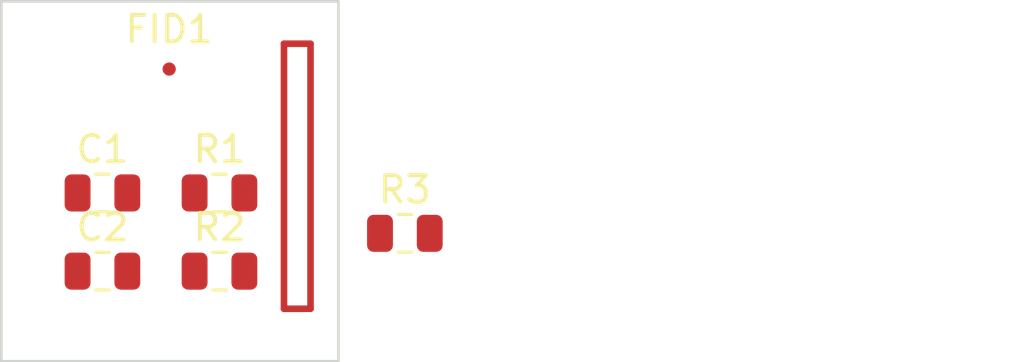
<source format=kicad_pcb>
(kicad_pcb (version 20171130) (host pcbnew 5.1.6+dfsg1-1)

  (general
    (thickness 1.6)
    (drawings 5)
    (tracks 0)
    (zones 0)
    (modules 6)
    (nets 9)
  )

  (page A4)
  (layers
    (0 F.Cu signal)
    (31 B.Cu signal)
    (32 B.Adhes user)
    (33 F.Adhes user)
    (34 B.Paste user)
    (35 F.Paste user)
    (36 B.SilkS user)
    (37 F.SilkS user)
    (38 B.Mask user)
    (39 F.Mask user)
    (40 Dwgs.User user)
    (41 Cmts.User user)
    (42 Eco1.User user)
    (43 Eco2.User user)
    (44 Edge.Cuts user)
    (45 Margin user)
    (46 B.CrtYd user)
    (47 F.CrtYd user)
    (48 B.Fab user)
    (49 F.Fab user)
  )

  (setup
    (last_trace_width 0.25)
    (trace_clearance 0.2)
    (zone_clearance 0.508)
    (zone_45_only no)
    (trace_min 0.2)
    (via_size 0.8)
    (via_drill 0.4)
    (via_min_size 0.4)
    (via_min_drill 0.3)
    (uvia_size 0.3)
    (uvia_drill 0.1)
    (uvias_allowed no)
    (uvia_min_size 0.2)
    (uvia_min_drill 0.1)
    (edge_width 0.1)
    (segment_width 0.2)
    (pcb_text_width 0.3)
    (pcb_text_size 1.5 1.5)
    (mod_edge_width 0.15)
    (mod_text_size 1 1)
    (mod_text_width 0.15)
    (pad_size 1.524 1.524)
    (pad_drill 0.762)
    (pad_to_mask_clearance 0)
    (aux_axis_origin 139.89 89.63)
    (visible_elements FFFFFF7F)
    (pcbplotparams
      (layerselection 0x010fc_ffffffff)
      (usegerberextensions false)
      (usegerberattributes true)
      (usegerberadvancedattributes true)
      (creategerberjobfile true)
      (excludeedgelayer true)
      (linewidth 0.100000)
      (plotframeref false)
      (viasonmask false)
      (mode 1)
      (useauxorigin false)
      (hpglpennumber 1)
      (hpglpenspeed 20)
      (hpglpendiameter 15.000000)
      (psnegative false)
      (psa4output false)
      (plotreference true)
      (plotvalue true)
      (plotinvisibletext false)
      (padsonsilk false)
      (subtractmaskfromsilk false)
      (outputformat 1)
      (mirror false)
      (drillshape 1)
      (scaleselection 1)
      (outputdirectory ""))
  )

  (net 0 "")
  (net 1 "Net-(C1-Pad2)")
  (net 2 "Net-(C1-Pad1)")
  (net 3 "Net-(C2-Pad2)")
  (net 4 "Net-(C2-Pad1)")
  (net 5 "Net-(R1-Pad2)")
  (net 6 "Net-(R1-Pad1)")
  (net 7 "Net-(R2-Pad2)")
  (net 8 "Net-(R2-Pad1)")

  (net_class Default "Esta es la clase de red por defecto."
    (clearance 0.2)
    (trace_width 0.25)
    (via_dia 0.8)
    (via_drill 0.4)
    (uvia_dia 0.3)
    (uvia_drill 0.1)
    (add_net "Net-(C1-Pad1)")
    (add_net "Net-(C1-Pad2)")
    (add_net "Net-(C2-Pad1)")
    (add_net "Net-(C2-Pad2)")
    (add_net "Net-(R1-Pad1)")
    (add_net "Net-(R1-Pad2)")
    (add_net "Net-(R2-Pad1)")
    (add_net "Net-(R2-Pad2)")
  )

  (module Fiducial:Fiducial_0.5mm_Mask1mm (layer F.Cu) (tedit 5C18CB26) (tstamp 5F57EE4F)
    (at 139.6746 82.9564)
    (descr "Circular Fiducial, 0.5mm bare copper, 1mm soldermask opening (Level C)")
    (tags fiducial)
    (path /5F57EDDB)
    (attr virtual)
    (fp_text reference FID1 (at 0 -1.5) (layer F.SilkS)
      (effects (font (size 1 1) (thickness 0.15)))
    )
    (fp_text value Fiducial (at 0 1.5) (layer F.Fab)
      (effects (font (size 1 1) (thickness 0.15)))
    )
    (fp_circle (center 0 0) (end 0.5 0) (layer F.Fab) (width 0.1))
    (fp_circle (center 0 0) (end 0.75 0) (layer F.CrtYd) (width 0.05))
    (fp_text user %R (at 0 0) (layer F.Fab)
      (effects (font (size 0.2 0.2) (thickness 0.04)))
    )
    (pad "" smd circle (at 0 0) (size 0.5 0.5) (layers F.Cu F.Mask)
      (solder_mask_margin 0.25) (clearance 0.25))
  )

  (module Resistor_SMD:R_0805_2012Metric (layer F.Cu) (tedit 5B36C52B) (tstamp 5F503C4A)
    (at 148.555 89.154)
    (descr "Resistor SMD 0805 (2012 Metric), square (rectangular) end terminal, IPC_7351 nominal, (Body size source: https://docs.google.com/spreadsheets/d/1BsfQQcO9C6DZCsRaXUlFlo91Tg2WpOkGARC1WS5S8t0/edit?usp=sharing), generated with kicad-footprint-generator")
    (tags resistor)
    (path /5F43D144)
    (attr smd)
    (fp_text reference R3 (at 0 -1.65) (layer F.SilkS)
      (effects (font (size 1 1) (thickness 0.15)))
    )
    (fp_text value 1k (at 0 1.65) (layer F.Fab)
      (effects (font (size 1 1) (thickness 0.15)))
    )
    (fp_circle (center 0 0) (end 0.4 0) (layer F.Adhes) (width 0.1))
    (fp_line (start 1.68 0.95) (end -1.68 0.95) (layer F.CrtYd) (width 0.05))
    (fp_line (start 1.68 -0.95) (end 1.68 0.95) (layer F.CrtYd) (width 0.05))
    (fp_line (start -1.68 -0.95) (end 1.68 -0.95) (layer F.CrtYd) (width 0.05))
    (fp_line (start -1.68 0.95) (end -1.68 -0.95) (layer F.CrtYd) (width 0.05))
    (fp_line (start -0.258578 0.71) (end 0.258578 0.71) (layer F.SilkS) (width 0.12))
    (fp_line (start -0.258578 -0.71) (end 0.258578 -0.71) (layer F.SilkS) (width 0.12))
    (fp_line (start 1 0.6) (end -1 0.6) (layer F.Fab) (width 0.1))
    (fp_line (start 1 -0.6) (end 1 0.6) (layer F.Fab) (width 0.1))
    (fp_line (start -1 -0.6) (end 1 -0.6) (layer F.Fab) (width 0.1))
    (fp_line (start -1 0.6) (end -1 -0.6) (layer F.Fab) (width 0.1))
    (fp_text user %R (at 0 0) (layer F.Fab)
      (effects (font (size 0.5 0.5) (thickness 0.08)))
    )
    (pad 1 smd roundrect (at -0.9375 0) (size 0.975 1.4) (layers F.Cu F.Paste F.Mask) (roundrect_rratio 0.25)
      (net 6 "Net-(R1-Pad1)"))
    (pad 2 smd roundrect (at 0.9375 0) (size 0.975 1.4) (layers F.Cu F.Paste F.Mask) (roundrect_rratio 0.25)
      (net 5 "Net-(R1-Pad2)"))
    (model ${KISYS3DMOD}/Resistor_SMD.3dshapes/R_0805_2012Metric.wrl
      (at (xyz 0 0 0))
      (scale (xyz 1 1 1))
      (rotate (xyz 0 0 0))
    )
  )

  (module Resistor_SMD:R_0805_2012Metric (layer F.Cu) (tedit 5B36C52B) (tstamp 5F496A8B)
    (at 141.57 90.58)
    (descr "Resistor SMD 0805 (2012 Metric), square (rectangular) end terminal, IPC_7351 nominal, (Body size source: https://docs.google.com/spreadsheets/d/1BsfQQcO9C6DZCsRaXUlFlo91Tg2WpOkGARC1WS5S8t0/edit?usp=sharing), generated with kicad-footprint-generator")
    (tags resistor)
    (path /5F43D4BB)
    (fp_text reference R2 (at 0 -1.65) (layer F.SilkS)
      (effects (font (size 1 1) (thickness 0.15)))
    )
    (fp_text value 1000 (at 0 1.65) (layer F.Fab)
      (effects (font (size 1 1) (thickness 0.15)))
    )
    (fp_circle (center 0 0) (end 0.4 0) (layer F.Adhes) (width 0.1))
    (fp_line (start 1.68 0.95) (end -1.68 0.95) (layer F.CrtYd) (width 0.05))
    (fp_line (start 1.68 -0.95) (end 1.68 0.95) (layer F.CrtYd) (width 0.05))
    (fp_line (start -1.68 -0.95) (end 1.68 -0.95) (layer F.CrtYd) (width 0.05))
    (fp_line (start -1.68 0.95) (end -1.68 -0.95) (layer F.CrtYd) (width 0.05))
    (fp_line (start -0.258578 0.71) (end 0.258578 0.71) (layer F.SilkS) (width 0.12))
    (fp_line (start -0.258578 -0.71) (end 0.258578 -0.71) (layer F.SilkS) (width 0.12))
    (fp_line (start 1 0.6) (end -1 0.6) (layer F.Fab) (width 0.1))
    (fp_line (start 1 -0.6) (end 1 0.6) (layer F.Fab) (width 0.1))
    (fp_line (start -1 -0.6) (end 1 -0.6) (layer F.Fab) (width 0.1))
    (fp_line (start -1 0.6) (end -1 -0.6) (layer F.Fab) (width 0.1))
    (fp_text user %R (at 0 0) (layer F.Fab)
      (effects (font (size 0.5 0.5) (thickness 0.08)))
    )
    (pad 2 smd roundrect (at 0.9375 0) (size 0.975 1.4) (layers F.Cu F.Paste F.Mask) (roundrect_rratio 0.25)
      (net 7 "Net-(R2-Pad2)"))
    (pad 1 smd roundrect (at -0.9375 0) (size 0.975 1.4) (layers F.Cu F.Paste F.Mask) (roundrect_rratio 0.25)
      (net 8 "Net-(R2-Pad1)"))
    (model ${KISYS3DMOD}/Resistor_SMD.3dshapes/R_0805_2012Metric.wrl
      (at (xyz 0 0 0))
      (scale (xyz 1 1 1))
      (rotate (xyz 0 0 0))
    )
  )

  (module Resistor_SMD:R_0805_2012Metric (layer F.Cu) (tedit 5B36C52B) (tstamp 5F503C2A)
    (at 141.57 87.63)
    (descr "Resistor SMD 0805 (2012 Metric), square (rectangular) end terminal, IPC_7351 nominal, (Body size source: https://docs.google.com/spreadsheets/d/1BsfQQcO9C6DZCsRaXUlFlo91Tg2WpOkGARC1WS5S8t0/edit?usp=sharing), generated with kicad-footprint-generator")
    (tags resistor)
    (path /5F43D144)
    (attr smd)
    (fp_text reference R1 (at 0 -1.65) (layer F.SilkS)
      (effects (font (size 1 1) (thickness 0.15)))
    )
    (fp_text value 1k (at 0 1.65) (layer F.Fab)
      (effects (font (size 1 1) (thickness 0.15)))
    )
    (fp_circle (center 0 0) (end 0.4 0) (layer F.Adhes) (width 0.1))
    (fp_line (start 1.68 0.95) (end -1.68 0.95) (layer F.CrtYd) (width 0.05))
    (fp_line (start 1.68 -0.95) (end 1.68 0.95) (layer F.CrtYd) (width 0.05))
    (fp_line (start -1.68 -0.95) (end 1.68 -0.95) (layer F.CrtYd) (width 0.05))
    (fp_line (start -1.68 0.95) (end -1.68 -0.95) (layer F.CrtYd) (width 0.05))
    (fp_line (start -0.258578 0.71) (end 0.258578 0.71) (layer F.SilkS) (width 0.12))
    (fp_line (start -0.258578 -0.71) (end 0.258578 -0.71) (layer F.SilkS) (width 0.12))
    (fp_line (start 1 0.6) (end -1 0.6) (layer F.Fab) (width 0.1))
    (fp_line (start 1 -0.6) (end 1 0.6) (layer F.Fab) (width 0.1))
    (fp_line (start -1 -0.6) (end 1 -0.6) (layer F.Fab) (width 0.1))
    (fp_line (start -1 0.6) (end -1 -0.6) (layer F.Fab) (width 0.1))
    (fp_text user %R (at 0 0) (layer F.Fab)
      (effects (font (size 0.5 0.5) (thickness 0.08)))
    )
    (pad 2 smd roundrect (at 0.9375 0) (size 0.975 1.4) (layers F.Cu F.Paste F.Mask) (roundrect_rratio 0.25)
      (net 5 "Net-(R1-Pad2)"))
    (pad 1 smd roundrect (at -0.9375 0) (size 0.975 1.4) (layers F.Cu F.Paste F.Mask) (roundrect_rratio 0.25)
      (net 6 "Net-(R1-Pad1)"))
    (model ${KISYS3DMOD}/Resistor_SMD.3dshapes/R_0805_2012Metric.wrl
      (at (xyz 0 0 0))
      (scale (xyz 1 1 1))
      (rotate (xyz 0 0 0))
    )
  )

  (module Capacitor_SMD:C_0805_2012Metric (layer F.Cu) (tedit 5B36C52B) (tstamp 5F496A69)
    (at 137.16 90.58)
    (descr "Capacitor SMD 0805 (2012 Metric), square (rectangular) end terminal, IPC_7351 nominal, (Body size source: https://docs.google.com/spreadsheets/d/1BsfQQcO9C6DZCsRaXUlFlo91Tg2WpOkGARC1WS5S8t0/edit?usp=sharing), generated with kicad-footprint-generator")
    (tags capacitor)
    (path /5F43CE1C)
    (fp_text reference C2 (at 0 -1.65) (layer F.SilkS)
      (effects (font (size 1 1) (thickness 0.15)))
    )
    (fp_text value "1000 pF" (at 0 1.65) (layer F.Fab)
      (effects (font (size 1 1) (thickness 0.15)))
    )
    (fp_circle (center 0 0) (end 0.4 0) (layer F.Adhes) (width 0.1))
    (fp_line (start 1.68 0.95) (end -1.68 0.95) (layer F.CrtYd) (width 0.05))
    (fp_line (start 1.68 -0.95) (end 1.68 0.95) (layer F.CrtYd) (width 0.05))
    (fp_line (start -1.68 -0.95) (end 1.68 -0.95) (layer F.CrtYd) (width 0.05))
    (fp_line (start -1.68 0.95) (end -1.68 -0.95) (layer F.CrtYd) (width 0.05))
    (fp_line (start -0.258578 0.71) (end 0.258578 0.71) (layer F.SilkS) (width 0.12))
    (fp_line (start -0.258578 -0.71) (end 0.258578 -0.71) (layer F.SilkS) (width 0.12))
    (fp_line (start 1 0.6) (end -1 0.6) (layer F.Fab) (width 0.1))
    (fp_line (start 1 -0.6) (end 1 0.6) (layer F.Fab) (width 0.1))
    (fp_line (start -1 -0.6) (end 1 -0.6) (layer F.Fab) (width 0.1))
    (fp_line (start -1 0.6) (end -1 -0.6) (layer F.Fab) (width 0.1))
    (fp_text user %R (at 0 0) (layer F.Fab)
      (effects (font (size 0.5 0.5) (thickness 0.08)))
    )
    (pad 2 smd roundrect (at 0.9375 0) (size 0.975 1.4) (layers F.Cu F.Paste F.Mask) (roundrect_rratio 0.25)
      (net 3 "Net-(C2-Pad2)"))
    (pad 1 smd roundrect (at -0.9375 0) (size 0.975 1.4) (layers F.Cu F.Paste F.Mask) (roundrect_rratio 0.25)
      (net 4 "Net-(C2-Pad1)"))
    (model ${KISYS3DMOD}/Capacitor_SMD.3dshapes/C_0805_2012Metric.wrl
      (at (xyz 0 0 0))
      (scale (xyz 1 1 1))
      (rotate (xyz 0 0 0))
    )
  )

  (module Capacitor_SMD:C_0805_2012Metric (layer F.Cu) (tedit 5B36C52B) (tstamp 5F496A58)
    (at 137.16 87.63)
    (descr "Capacitor SMD 0805 (2012 Metric), square (rectangular) end terminal, IPC_7351 nominal, (Body size source: https://docs.google.com/spreadsheets/d/1BsfQQcO9C6DZCsRaXUlFlo91Tg2WpOkGARC1WS5S8t0/edit?usp=sharing), generated with kicad-footprint-generator")
    (tags capacitor)
    (path /5F43BEC2)
    (attr smd)
    (fp_text reference C1 (at 0 -1.65) (layer F.SilkS)
      (effects (font (size 1 1) (thickness 0.15)))
    )
    (fp_text value 1nF (at 0 1.65) (layer F.Fab)
      (effects (font (size 1 1) (thickness 0.15)))
    )
    (fp_circle (center 0 0) (end 0.4 0) (layer F.Adhes) (width 0.1))
    (fp_line (start 1.68 0.95) (end -1.68 0.95) (layer F.CrtYd) (width 0.05))
    (fp_line (start 1.68 -0.95) (end 1.68 0.95) (layer F.CrtYd) (width 0.05))
    (fp_line (start -1.68 -0.95) (end 1.68 -0.95) (layer F.CrtYd) (width 0.05))
    (fp_line (start -1.68 0.95) (end -1.68 -0.95) (layer F.CrtYd) (width 0.05))
    (fp_line (start -0.258578 0.71) (end 0.258578 0.71) (layer F.SilkS) (width 0.12))
    (fp_line (start -0.258578 -0.71) (end 0.258578 -0.71) (layer F.SilkS) (width 0.12))
    (fp_line (start 1 0.6) (end -1 0.6) (layer F.Fab) (width 0.1))
    (fp_line (start 1 -0.6) (end 1 0.6) (layer F.Fab) (width 0.1))
    (fp_line (start -1 -0.6) (end 1 -0.6) (layer F.Fab) (width 0.1))
    (fp_line (start -1 0.6) (end -1 -0.6) (layer F.Fab) (width 0.1))
    (fp_text user %R (at 0 0) (layer F.Fab)
      (effects (font (size 0.5 0.5) (thickness 0.08)))
    )
    (pad 2 smd roundrect (at 0.9375 0) (size 0.975 1.4) (layers F.Cu F.Paste F.Mask) (roundrect_rratio 0.25)
      (net 1 "Net-(C1-Pad2)"))
    (pad 1 smd roundrect (at -0.9375 0) (size 0.975 1.4) (layers F.Cu F.Paste F.Mask) (roundrect_rratio 0.25)
      (net 2 "Net-(C1-Pad1)"))
    (model ${KISYS3DMOD}/Capacitor_SMD.3dshapes/C_0805_2012Metric.wrl
      (at (xyz 0 0 0))
      (scale (xyz 1 1 1))
      (rotate (xyz 0 0 0))
    )
    (model ${KISYS3DMOD}/Resistor_SMD.3dshapes/R_0805_2012Metric.wrl
      (at (xyz 0 0 0))
      (scale (xyz 1 1 1))
      (rotate (xyz 0 0 0))
    )
  )

  (gr_text "Bogus component.\nNot in schematic." (at 161.163 89.281) (layer Cmts.User)
    (effects (font (size 1.5 1.5) (thickness 0.3)))
  )
  (gr_line (start 133.35 80.4) (end 133.35 93.98) (layer Edge.Cuts) (width 0.1) (tstamp 5F496ACC))
  (gr_line (start 146.05 80.4) (end 133.35 80.4) (layer Edge.Cuts) (width 0.1) (tstamp 5F57EEAF))
  (gr_line (start 146.05 93.98) (end 146.05 80.4) (layer Edge.Cuts) (width 0.1))
  (gr_line (start 133.35 93.98) (end 146.05 93.98) (layer Edge.Cuts) (width 0.1))

  (segment (start 145 82) (end 145 92) (width 0.25) (layer F.Cu) (net 0) (tstamp 5F496ACC))
  (segment (start 145 92) (end 144 92) (width 0.25) (layer F.Cu) (net 0) (tstamp 5F496ACC))
  (segment (start 144 92) (end 144 82) (width 0.25) (layer F.Cu) (net 0) (tstamp 5F496ACC))
  (segment (start 144 82) (end 145 82) (width 0.25) (layer F.Cu) (net 0) (tstamp 5F496ACC))

)

</source>
